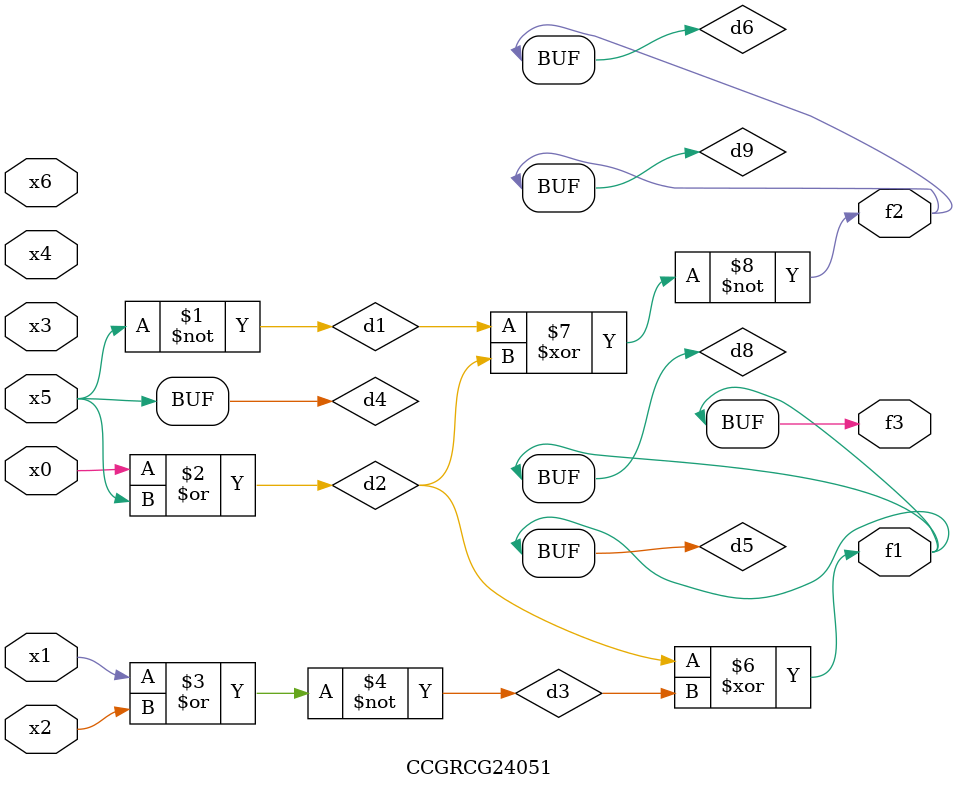
<source format=v>
module CCGRCG24051(
	input x0, x1, x2, x3, x4, x5, x6,
	output f1, f2, f3
);

	wire d1, d2, d3, d4, d5, d6, d7, d8, d9;

	nand (d1, x5);
	or (d2, x0, x5);
	nor (d3, x1, x2);
	xnor (d4, d1);
	xor (d5, d2, d3);
	xnor (d6, d1, d2);
	not (d7, x4);
	buf (d8, d5);
	xor (d9, d6);
	assign f1 = d8;
	assign f2 = d9;
	assign f3 = d8;
endmodule

</source>
